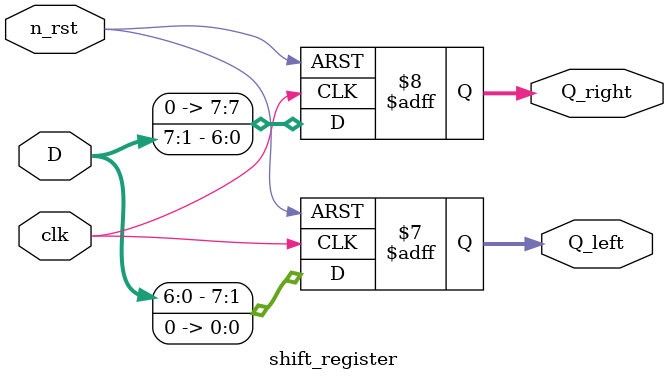
<source format=v>
module shift_register (
    D,
    Q_right,
    Q_left,
    clk,
    n_rst
);

  input clk;
  input n_rst;
  input [7:0] D;
  output [7:0] Q_right;
  output [7:0] Q_left;
  reg [7:0] Q_right;
  reg [7:0] Q_left;
 
  always @ (posedge clk or negedge n_rst) 
  begin
    if (!n_rst) begin
         Q_right <= 0;
        end
      else
        begin
         Q_right <= D >> 1;
        end
  end

  always @ (posedge clk or negedge n_rst) 
  begin
    if (!n_rst) begin
         Q_left <= 0;
        end
      else
        begin
         Q_left <= D << 1;
        end
  end

endmodule
</source>
